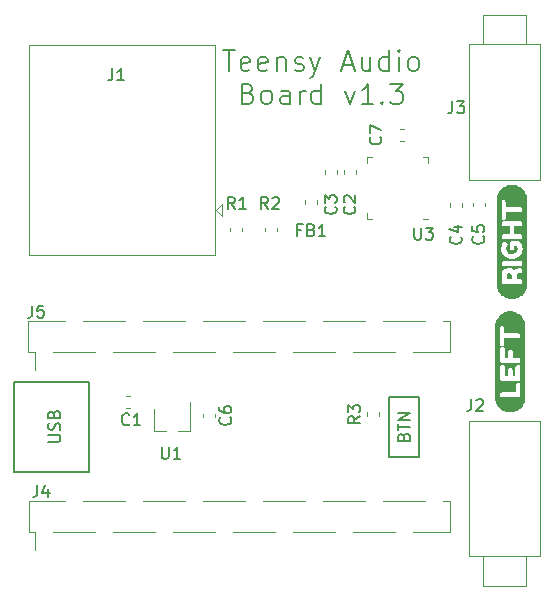
<source format=gbr>
G04 #@! TF.GenerationSoftware,KiCad,Pcbnew,(5.99.0-12750-ge81b516a82)*
G04 #@! TF.CreationDate,2021-10-13T14:39:13-04:00*
G04 #@! TF.ProjectId,Audio_teensy,41756469-6f5f-4746-9565-6e73792e6b69,1.3*
G04 #@! TF.SameCoordinates,Original*
G04 #@! TF.FileFunction,Legend,Top*
G04 #@! TF.FilePolarity,Positive*
%FSLAX46Y46*%
G04 Gerber Fmt 4.6, Leading zero omitted, Abs format (unit mm)*
G04 Created by KiCad (PCBNEW (5.99.0-12750-ge81b516a82)) date 2021-10-13 14:39:13*
%MOMM*%
%LPD*%
G01*
G04 APERTURE LIST*
%ADD10C,0.200000*%
%ADD11C,0.150000*%
%ADD12C,0.120000*%
G04 APERTURE END LIST*
D10*
X136225000Y-83832916D02*
X137225000Y-83832916D01*
X136725000Y-85582916D02*
X136725000Y-83832916D01*
X138475000Y-85499583D02*
X138308333Y-85582916D01*
X137975000Y-85582916D01*
X137808333Y-85499583D01*
X137725000Y-85332916D01*
X137725000Y-84666250D01*
X137808333Y-84499583D01*
X137975000Y-84416250D01*
X138308333Y-84416250D01*
X138475000Y-84499583D01*
X138558333Y-84666250D01*
X138558333Y-84832916D01*
X137725000Y-84999583D01*
X139975000Y-85499583D02*
X139808333Y-85582916D01*
X139475000Y-85582916D01*
X139308333Y-85499583D01*
X139225000Y-85332916D01*
X139225000Y-84666250D01*
X139308333Y-84499583D01*
X139475000Y-84416250D01*
X139808333Y-84416250D01*
X139975000Y-84499583D01*
X140058333Y-84666250D01*
X140058333Y-84832916D01*
X139225000Y-84999583D01*
X140808333Y-84416250D02*
X140808333Y-85582916D01*
X140808333Y-84582916D02*
X140891666Y-84499583D01*
X141058333Y-84416250D01*
X141308333Y-84416250D01*
X141475000Y-84499583D01*
X141558333Y-84666250D01*
X141558333Y-85582916D01*
X142308333Y-85499583D02*
X142475000Y-85582916D01*
X142808333Y-85582916D01*
X142975000Y-85499583D01*
X143058333Y-85332916D01*
X143058333Y-85249583D01*
X142975000Y-85082916D01*
X142808333Y-84999583D01*
X142558333Y-84999583D01*
X142391666Y-84916250D01*
X142308333Y-84749583D01*
X142308333Y-84666250D01*
X142391666Y-84499583D01*
X142558333Y-84416250D01*
X142808333Y-84416250D01*
X142975000Y-84499583D01*
X143641666Y-84416250D02*
X144058333Y-85582916D01*
X144475000Y-84416250D02*
X144058333Y-85582916D01*
X143891666Y-85999583D01*
X143808333Y-86082916D01*
X143641666Y-86166250D01*
X146391666Y-85082916D02*
X147225000Y-85082916D01*
X146225000Y-85582916D02*
X146808333Y-83832916D01*
X147391666Y-85582916D01*
X148725000Y-84416250D02*
X148725000Y-85582916D01*
X147975000Y-84416250D02*
X147975000Y-85332916D01*
X148058333Y-85499583D01*
X148225000Y-85582916D01*
X148475000Y-85582916D01*
X148641666Y-85499583D01*
X148725000Y-85416250D01*
X150308333Y-85582916D02*
X150308333Y-83832916D01*
X150308333Y-85499583D02*
X150141666Y-85582916D01*
X149808333Y-85582916D01*
X149641666Y-85499583D01*
X149558333Y-85416250D01*
X149475000Y-85249583D01*
X149475000Y-84749583D01*
X149558333Y-84582916D01*
X149641666Y-84499583D01*
X149808333Y-84416250D01*
X150141666Y-84416250D01*
X150308333Y-84499583D01*
X151141666Y-85582916D02*
X151141666Y-84416250D01*
X151141666Y-83832916D02*
X151058333Y-83916250D01*
X151141666Y-83999583D01*
X151225000Y-83916250D01*
X151141666Y-83832916D01*
X151141666Y-83999583D01*
X152225000Y-85582916D02*
X152058333Y-85499583D01*
X151975000Y-85416250D01*
X151891666Y-85249583D01*
X151891666Y-84749583D01*
X151975000Y-84582916D01*
X152058333Y-84499583D01*
X152225000Y-84416250D01*
X152475000Y-84416250D01*
X152641666Y-84499583D01*
X152725000Y-84582916D01*
X152808333Y-84749583D01*
X152808333Y-85249583D01*
X152725000Y-85416250D01*
X152641666Y-85499583D01*
X152475000Y-85582916D01*
X152225000Y-85582916D01*
X138391666Y-87483750D02*
X138641666Y-87567083D01*
X138725000Y-87650416D01*
X138808333Y-87817083D01*
X138808333Y-88067083D01*
X138725000Y-88233750D01*
X138641666Y-88317083D01*
X138475000Y-88400416D01*
X137808333Y-88400416D01*
X137808333Y-86650416D01*
X138391666Y-86650416D01*
X138558333Y-86733750D01*
X138641666Y-86817083D01*
X138725000Y-86983750D01*
X138725000Y-87150416D01*
X138641666Y-87317083D01*
X138558333Y-87400416D01*
X138391666Y-87483750D01*
X137808333Y-87483750D01*
X139808333Y-88400416D02*
X139641666Y-88317083D01*
X139558333Y-88233750D01*
X139475000Y-88067083D01*
X139475000Y-87567083D01*
X139558333Y-87400416D01*
X139641666Y-87317083D01*
X139808333Y-87233750D01*
X140058333Y-87233750D01*
X140225000Y-87317083D01*
X140308333Y-87400416D01*
X140391666Y-87567083D01*
X140391666Y-88067083D01*
X140308333Y-88233750D01*
X140225000Y-88317083D01*
X140058333Y-88400416D01*
X139808333Y-88400416D01*
X141891666Y-88400416D02*
X141891666Y-87483750D01*
X141808333Y-87317083D01*
X141641666Y-87233750D01*
X141308333Y-87233750D01*
X141141666Y-87317083D01*
X141891666Y-88317083D02*
X141725000Y-88400416D01*
X141308333Y-88400416D01*
X141141666Y-88317083D01*
X141058333Y-88150416D01*
X141058333Y-87983750D01*
X141141666Y-87817083D01*
X141308333Y-87733750D01*
X141725000Y-87733750D01*
X141891666Y-87650416D01*
X142725000Y-88400416D02*
X142725000Y-87233750D01*
X142725000Y-87567083D02*
X142808333Y-87400416D01*
X142891666Y-87317083D01*
X143058333Y-87233750D01*
X143225000Y-87233750D01*
X144558333Y-88400416D02*
X144558333Y-86650416D01*
X144558333Y-88317083D02*
X144391666Y-88400416D01*
X144058333Y-88400416D01*
X143891666Y-88317083D01*
X143808333Y-88233750D01*
X143725000Y-88067083D01*
X143725000Y-87567083D01*
X143808333Y-87400416D01*
X143891666Y-87317083D01*
X144058333Y-87233750D01*
X144391666Y-87233750D01*
X144558333Y-87317083D01*
X146558333Y-87233750D02*
X146975000Y-88400416D01*
X147391666Y-87233750D01*
X148975000Y-88400416D02*
X147975000Y-88400416D01*
X148475000Y-88400416D02*
X148475000Y-86650416D01*
X148308333Y-86900416D01*
X148141666Y-87067083D01*
X147975000Y-87150416D01*
X149725000Y-88233750D02*
X149808333Y-88317083D01*
X149725000Y-88400416D01*
X149641666Y-88317083D01*
X149725000Y-88233750D01*
X149725000Y-88400416D01*
X150391666Y-86650416D02*
X151475000Y-86650416D01*
X150891666Y-87317083D01*
X151141666Y-87317083D01*
X151308333Y-87400416D01*
X151391666Y-87483750D01*
X151475000Y-87650416D01*
X151475000Y-88067083D01*
X151391666Y-88233750D01*
X151308333Y-88317083D01*
X151141666Y-88400416D01*
X150641666Y-88400416D01*
X150475000Y-88317083D01*
X150391666Y-88233750D01*
D11*
X147357142Y-97066666D02*
X147404761Y-97114285D01*
X147452380Y-97257142D01*
X147452380Y-97352380D01*
X147404761Y-97495238D01*
X147309523Y-97590476D01*
X147214285Y-97638095D01*
X147023809Y-97685714D01*
X146880952Y-97685714D01*
X146690476Y-97638095D01*
X146595238Y-97590476D01*
X146500000Y-97495238D01*
X146452380Y-97352380D01*
X146452380Y-97257142D01*
X146500000Y-97114285D01*
X146547619Y-97066666D01*
X146547619Y-96685714D02*
X146500000Y-96638095D01*
X146452380Y-96542857D01*
X146452380Y-96304761D01*
X146500000Y-96209523D01*
X146547619Y-96161904D01*
X146642857Y-96114285D01*
X146738095Y-96114285D01*
X146880952Y-96161904D01*
X147452380Y-96733333D01*
X147452380Y-96114285D01*
X145757142Y-97066666D02*
X145804761Y-97114285D01*
X145852380Y-97257142D01*
X145852380Y-97352380D01*
X145804761Y-97495238D01*
X145709523Y-97590476D01*
X145614285Y-97638095D01*
X145423809Y-97685714D01*
X145280952Y-97685714D01*
X145090476Y-97638095D01*
X144995238Y-97590476D01*
X144900000Y-97495238D01*
X144852380Y-97352380D01*
X144852380Y-97257142D01*
X144900000Y-97114285D01*
X144947619Y-97066666D01*
X144852380Y-96733333D02*
X144852380Y-96114285D01*
X145233333Y-96447619D01*
X145233333Y-96304761D01*
X145280952Y-96209523D01*
X145328571Y-96161904D01*
X145423809Y-96114285D01*
X145661904Y-96114285D01*
X145757142Y-96161904D01*
X145804761Y-96209523D01*
X145852380Y-96304761D01*
X145852380Y-96590476D01*
X145804761Y-96685714D01*
X145757142Y-96733333D01*
X126868666Y-85362380D02*
X126868666Y-86076666D01*
X126821047Y-86219523D01*
X126725809Y-86314761D01*
X126582952Y-86362380D01*
X126487714Y-86362380D01*
X127868666Y-86362380D02*
X127297238Y-86362380D01*
X127582952Y-86362380D02*
X127582952Y-85362380D01*
X127487714Y-85505238D01*
X127392476Y-85600476D01*
X127297238Y-85648095D01*
X157266666Y-113352380D02*
X157266666Y-114066666D01*
X157219047Y-114209523D01*
X157123809Y-114304761D01*
X156980952Y-114352380D01*
X156885714Y-114352380D01*
X157695238Y-113447619D02*
X157742857Y-113400000D01*
X157838095Y-113352380D01*
X158076190Y-113352380D01*
X158171428Y-113400000D01*
X158219047Y-113447619D01*
X158266666Y-113542857D01*
X158266666Y-113638095D01*
X158219047Y-113780952D01*
X157647619Y-114352380D01*
X158266666Y-114352380D01*
X156357142Y-99606666D02*
X156404761Y-99654285D01*
X156452380Y-99797142D01*
X156452380Y-99892380D01*
X156404761Y-100035238D01*
X156309523Y-100130476D01*
X156214285Y-100178095D01*
X156023809Y-100225714D01*
X155880952Y-100225714D01*
X155690476Y-100178095D01*
X155595238Y-100130476D01*
X155500000Y-100035238D01*
X155452380Y-99892380D01*
X155452380Y-99797142D01*
X155500000Y-99654285D01*
X155547619Y-99606666D01*
X155785714Y-98749523D02*
X156452380Y-98749523D01*
X155404761Y-98987619D02*
X156119047Y-99225714D01*
X156119047Y-98606666D01*
X158257142Y-99594166D02*
X158304761Y-99641785D01*
X158352380Y-99784642D01*
X158352380Y-99879880D01*
X158304761Y-100022738D01*
X158209523Y-100117976D01*
X158114285Y-100165595D01*
X157923809Y-100213214D01*
X157780952Y-100213214D01*
X157590476Y-100165595D01*
X157495238Y-100117976D01*
X157400000Y-100022738D01*
X157352380Y-99879880D01*
X157352380Y-99784642D01*
X157400000Y-99641785D01*
X157447619Y-99594166D01*
X157352380Y-98689404D02*
X157352380Y-99165595D01*
X157828571Y-99213214D01*
X157780952Y-99165595D01*
X157733333Y-99070357D01*
X157733333Y-98832261D01*
X157780952Y-98737023D01*
X157828571Y-98689404D01*
X157923809Y-98641785D01*
X158161904Y-98641785D01*
X158257142Y-98689404D01*
X158304761Y-98737023D01*
X158352380Y-98832261D01*
X158352380Y-99070357D01*
X158304761Y-99165595D01*
X158257142Y-99213214D01*
X140033333Y-97252380D02*
X139700000Y-96776190D01*
X139461904Y-97252380D02*
X139461904Y-96252380D01*
X139842857Y-96252380D01*
X139938095Y-96300000D01*
X139985714Y-96347619D01*
X140033333Y-96442857D01*
X140033333Y-96585714D01*
X139985714Y-96680952D01*
X139938095Y-96728571D01*
X139842857Y-96776190D01*
X139461904Y-96776190D01*
X140414285Y-96347619D02*
X140461904Y-96300000D01*
X140557142Y-96252380D01*
X140795238Y-96252380D01*
X140890476Y-96300000D01*
X140938095Y-96347619D01*
X140985714Y-96442857D01*
X140985714Y-96538095D01*
X140938095Y-96680952D01*
X140366666Y-97252380D01*
X140985714Y-97252380D01*
X137233333Y-97252380D02*
X136900000Y-96776190D01*
X136661904Y-97252380D02*
X136661904Y-96252380D01*
X137042857Y-96252380D01*
X137138095Y-96300000D01*
X137185714Y-96347619D01*
X137233333Y-96442857D01*
X137233333Y-96585714D01*
X137185714Y-96680952D01*
X137138095Y-96728571D01*
X137042857Y-96776190D01*
X136661904Y-96776190D01*
X138185714Y-97252380D02*
X137614285Y-97252380D01*
X137900000Y-97252380D02*
X137900000Y-96252380D01*
X137804761Y-96395238D01*
X137709523Y-96490476D01*
X137614285Y-96538095D01*
X136837142Y-114916666D02*
X136884761Y-114964285D01*
X136932380Y-115107142D01*
X136932380Y-115202380D01*
X136884761Y-115345238D01*
X136789523Y-115440476D01*
X136694285Y-115488095D01*
X136503809Y-115535714D01*
X136360952Y-115535714D01*
X136170476Y-115488095D01*
X136075238Y-115440476D01*
X135980000Y-115345238D01*
X135932380Y-115202380D01*
X135932380Y-115107142D01*
X135980000Y-114964285D01*
X136027619Y-114916666D01*
X135932380Y-114059523D02*
X135932380Y-114250000D01*
X135980000Y-114345238D01*
X136027619Y-114392857D01*
X136170476Y-114488095D01*
X136360952Y-114535714D01*
X136741904Y-114535714D01*
X136837142Y-114488095D01*
X136884761Y-114440476D01*
X136932380Y-114345238D01*
X136932380Y-114154761D01*
X136884761Y-114059523D01*
X136837142Y-114011904D01*
X136741904Y-113964285D01*
X136503809Y-113964285D01*
X136408571Y-114011904D01*
X136360952Y-114059523D01*
X136313333Y-114154761D01*
X136313333Y-114345238D01*
X136360952Y-114440476D01*
X136408571Y-114488095D01*
X136503809Y-114535714D01*
X147828380Y-114817466D02*
X147352190Y-115150800D01*
X147828380Y-115388895D02*
X146828380Y-115388895D01*
X146828380Y-115007942D01*
X146876000Y-114912704D01*
X146923619Y-114865085D01*
X147018857Y-114817466D01*
X147161714Y-114817466D01*
X147256952Y-114865085D01*
X147304571Y-114912704D01*
X147352190Y-115007942D01*
X147352190Y-115388895D01*
X146828380Y-114484133D02*
X146828380Y-113865085D01*
X147209333Y-114198419D01*
X147209333Y-114055561D01*
X147256952Y-113960323D01*
X147304571Y-113912704D01*
X147399809Y-113865085D01*
X147637904Y-113865085D01*
X147733142Y-113912704D01*
X147780761Y-113960323D01*
X147828380Y-114055561D01*
X147828380Y-114341276D01*
X147780761Y-114436514D01*
X147733142Y-114484133D01*
X128287333Y-115481142D02*
X128239714Y-115528761D01*
X128096857Y-115576380D01*
X128001619Y-115576380D01*
X127858761Y-115528761D01*
X127763523Y-115433523D01*
X127715904Y-115338285D01*
X127668285Y-115147809D01*
X127668285Y-115004952D01*
X127715904Y-114814476D01*
X127763523Y-114719238D01*
X127858761Y-114624000D01*
X128001619Y-114576380D01*
X128096857Y-114576380D01*
X128239714Y-114624000D01*
X128287333Y-114671619D01*
X129239714Y-115576380D02*
X128668285Y-115576380D01*
X128954000Y-115576380D02*
X128954000Y-114576380D01*
X128858761Y-114719238D01*
X128763523Y-114814476D01*
X128668285Y-114862095D01*
X120082666Y-105452380D02*
X120082666Y-106166666D01*
X120035047Y-106309523D01*
X119939809Y-106404761D01*
X119796952Y-106452380D01*
X119701714Y-106452380D01*
X121035047Y-105452380D02*
X120558857Y-105452380D01*
X120511238Y-105928571D01*
X120558857Y-105880952D01*
X120654095Y-105833333D01*
X120892190Y-105833333D01*
X120987428Y-105880952D01*
X121035047Y-105928571D01*
X121082666Y-106023809D01*
X121082666Y-106261904D01*
X121035047Y-106357142D01*
X120987428Y-106404761D01*
X120892190Y-106452380D01*
X120654095Y-106452380D01*
X120558857Y-106404761D01*
X120511238Y-106357142D01*
X121452380Y-116961904D02*
X122261904Y-116961904D01*
X122357142Y-116914285D01*
X122404761Y-116866666D01*
X122452380Y-116771428D01*
X122452380Y-116580952D01*
X122404761Y-116485714D01*
X122357142Y-116438095D01*
X122261904Y-116390476D01*
X121452380Y-116390476D01*
X122404761Y-115961904D02*
X122452380Y-115819047D01*
X122452380Y-115580952D01*
X122404761Y-115485714D01*
X122357142Y-115438095D01*
X122261904Y-115390476D01*
X122166666Y-115390476D01*
X122071428Y-115438095D01*
X122023809Y-115485714D01*
X121976190Y-115580952D01*
X121928571Y-115771428D01*
X121880952Y-115866666D01*
X121833333Y-115914285D01*
X121738095Y-115961904D01*
X121642857Y-115961904D01*
X121547619Y-115914285D01*
X121500000Y-115866666D01*
X121452380Y-115771428D01*
X121452380Y-115533333D01*
X121500000Y-115390476D01*
X121928571Y-114628571D02*
X121976190Y-114485714D01*
X122023809Y-114438095D01*
X122119047Y-114390476D01*
X122261904Y-114390476D01*
X122357142Y-114438095D01*
X122404761Y-114485714D01*
X122452380Y-114580952D01*
X122452380Y-114961904D01*
X121452380Y-114961904D01*
X121452380Y-114628571D01*
X121500000Y-114533333D01*
X121547619Y-114485714D01*
X121642857Y-114438095D01*
X121738095Y-114438095D01*
X121833333Y-114485714D01*
X121880952Y-114533333D01*
X121928571Y-114628571D01*
X121928571Y-114961904D01*
X151528571Y-116533333D02*
X151576190Y-116390476D01*
X151623809Y-116342857D01*
X151719047Y-116295238D01*
X151861904Y-116295238D01*
X151957142Y-116342857D01*
X152004761Y-116390476D01*
X152052380Y-116485714D01*
X152052380Y-116866666D01*
X151052380Y-116866666D01*
X151052380Y-116533333D01*
X151100000Y-116438095D01*
X151147619Y-116390476D01*
X151242857Y-116342857D01*
X151338095Y-116342857D01*
X151433333Y-116390476D01*
X151480952Y-116438095D01*
X151528571Y-116533333D01*
X151528571Y-116866666D01*
X151052380Y-116009523D02*
X151052380Y-115438095D01*
X152052380Y-115723809D02*
X151052380Y-115723809D01*
X152052380Y-115104761D02*
X151052380Y-115104761D01*
X152052380Y-114533333D01*
X151052380Y-114533333D01*
X155666666Y-88152380D02*
X155666666Y-88866666D01*
X155619047Y-89009523D01*
X155523809Y-89104761D01*
X155380952Y-89152380D01*
X155285714Y-89152380D01*
X156047619Y-88152380D02*
X156666666Y-88152380D01*
X156333333Y-88533333D01*
X156476190Y-88533333D01*
X156571428Y-88580952D01*
X156619047Y-88628571D01*
X156666666Y-88723809D01*
X156666666Y-88961904D01*
X156619047Y-89057142D01*
X156571428Y-89104761D01*
X156476190Y-89152380D01*
X156190476Y-89152380D01*
X156095238Y-89104761D01*
X156047619Y-89057142D01*
X131061095Y-117409880D02*
X131061095Y-118219404D01*
X131108714Y-118314642D01*
X131156333Y-118362261D01*
X131251571Y-118409880D01*
X131442047Y-118409880D01*
X131537285Y-118362261D01*
X131584904Y-118314642D01*
X131632523Y-118219404D01*
X131632523Y-117409880D01*
X132632523Y-118409880D02*
X132061095Y-118409880D01*
X132346809Y-118409880D02*
X132346809Y-117409880D01*
X132251571Y-117552738D01*
X132156333Y-117647976D01*
X132061095Y-117695595D01*
X142866666Y-99028571D02*
X142533333Y-99028571D01*
X142533333Y-99552380D02*
X142533333Y-98552380D01*
X143009523Y-98552380D01*
X143723809Y-99028571D02*
X143866666Y-99076190D01*
X143914285Y-99123809D01*
X143961904Y-99219047D01*
X143961904Y-99361904D01*
X143914285Y-99457142D01*
X143866666Y-99504761D01*
X143771428Y-99552380D01*
X143390476Y-99552380D01*
X143390476Y-98552380D01*
X143723809Y-98552380D01*
X143819047Y-98600000D01*
X143866666Y-98647619D01*
X143914285Y-98742857D01*
X143914285Y-98838095D01*
X143866666Y-98933333D01*
X143819047Y-98980952D01*
X143723809Y-99028571D01*
X143390476Y-99028571D01*
X144914285Y-99552380D02*
X144342857Y-99552380D01*
X144628571Y-99552380D02*
X144628571Y-98552380D01*
X144533333Y-98695238D01*
X144438095Y-98790476D01*
X144342857Y-98838095D01*
X149557142Y-91166666D02*
X149604761Y-91214285D01*
X149652380Y-91357142D01*
X149652380Y-91452380D01*
X149604761Y-91595238D01*
X149509523Y-91690476D01*
X149414285Y-91738095D01*
X149223809Y-91785714D01*
X149080952Y-91785714D01*
X148890476Y-91738095D01*
X148795238Y-91690476D01*
X148700000Y-91595238D01*
X148652380Y-91452380D01*
X148652380Y-91357142D01*
X148700000Y-91214285D01*
X148747619Y-91166666D01*
X148652380Y-90833333D02*
X148652380Y-90166666D01*
X149652380Y-90595238D01*
X152438095Y-98852380D02*
X152438095Y-99661904D01*
X152485714Y-99757142D01*
X152533333Y-99804761D01*
X152628571Y-99852380D01*
X152819047Y-99852380D01*
X152914285Y-99804761D01*
X152961904Y-99757142D01*
X153009523Y-99661904D01*
X153009523Y-98852380D01*
X153390476Y-98852380D02*
X154009523Y-98852380D01*
X153676190Y-99233333D01*
X153819047Y-99233333D01*
X153914285Y-99280952D01*
X153961904Y-99328571D01*
X154009523Y-99423809D01*
X154009523Y-99661904D01*
X153961904Y-99757142D01*
X153914285Y-99804761D01*
X153819047Y-99852380D01*
X153533333Y-99852380D01*
X153438095Y-99804761D01*
X153390476Y-99757142D01*
X120512666Y-120652380D02*
X120512666Y-121366666D01*
X120465047Y-121509523D01*
X120369809Y-121604761D01*
X120226952Y-121652380D01*
X120131714Y-121652380D01*
X121417428Y-120985714D02*
X121417428Y-121652380D01*
X121179333Y-120604761D02*
X120941238Y-121319047D01*
X121560285Y-121319047D01*
D12*
X146490000Y-93937221D02*
X146490000Y-94262779D01*
X147510000Y-93937221D02*
X147510000Y-94262779D01*
X145910000Y-93937221D02*
X145910000Y-94262779D01*
X144890000Y-93937221D02*
X144890000Y-94262779D01*
X136155000Y-96840000D02*
X135655000Y-97340000D01*
X135575000Y-101130000D02*
X135575000Y-83370000D01*
X119845000Y-101130000D02*
X119845000Y-83370000D01*
X135655000Y-97340000D02*
X136155000Y-97840000D01*
X136155000Y-97840000D02*
X136155000Y-96840000D01*
X119845000Y-83370000D02*
X135575000Y-83370000D01*
X119855000Y-101130000D02*
X135575000Y-101130000D01*
X163057500Y-126682500D02*
X157057500Y-126682500D01*
X157057500Y-126682500D02*
X157057500Y-115182500D01*
X157057500Y-115182500D02*
X163057500Y-115182500D01*
X163057500Y-115182500D02*
X163057500Y-126682500D01*
X161857500Y-129182500D02*
X158257500Y-129182500D01*
X158257500Y-129182500D02*
X158257500Y-126682500D01*
X158257500Y-126682500D02*
X161857500Y-126682500D01*
X161857500Y-126682500D02*
X161857500Y-129182500D01*
X156510000Y-97062779D02*
X156510000Y-96737221D01*
X155490000Y-97062779D02*
X155490000Y-96737221D01*
X158410000Y-97050279D02*
X158410000Y-96724721D01*
X157390000Y-97050279D02*
X157390000Y-96724721D01*
X140810000Y-98837221D02*
X140810000Y-99162779D01*
X139790000Y-98837221D02*
X139790000Y-99162779D01*
X137810000Y-98837221D02*
X137810000Y-99162779D01*
X136790000Y-98837221D02*
X136790000Y-99162779D01*
X135560000Y-114587221D02*
X135560000Y-114912779D01*
X134540000Y-114587221D02*
X134540000Y-114912779D01*
X148390000Y-114762779D02*
X148390000Y-114437221D01*
X149410000Y-114762779D02*
X149410000Y-114437221D01*
X128037221Y-113090000D02*
X128362779Y-113090000D01*
X128037221Y-114110000D02*
X128362779Y-114110000D01*
X147250000Y-109410000D02*
X150810000Y-109410000D01*
X137090000Y-109410000D02*
X140650000Y-109410000D01*
X149790000Y-106750000D02*
X153350000Y-106750000D01*
X144710000Y-106750000D02*
X148270000Y-106750000D01*
X155440000Y-109410000D02*
X155440000Y-106750000D01*
X152330000Y-109410000D02*
X155440000Y-109410000D01*
X124390000Y-106750000D02*
X127950000Y-106750000D01*
X154870000Y-106750000D02*
X155440000Y-106750000D01*
X121850000Y-109410000D02*
X125410000Y-109410000D01*
X119760000Y-106750000D02*
X122870000Y-106750000D01*
X119760000Y-109410000D02*
X119760000Y-106750000D01*
X119760000Y-109410000D02*
X120330000Y-109410000D01*
X139630000Y-106750000D02*
X143190000Y-106750000D01*
X126930000Y-109410000D02*
X130490000Y-109410000D01*
X142170000Y-109410000D02*
X145730000Y-109410000D01*
X134550000Y-106750000D02*
X138110000Y-106750000D01*
X120330000Y-109410000D02*
X120330000Y-110930000D01*
X129470000Y-106750000D02*
X133030000Y-106750000D01*
X132010000Y-109410000D02*
X135570000Y-109410000D01*
D11*
X124900000Y-111890000D02*
X119820000Y-111890000D01*
X118550000Y-111890000D02*
X119820000Y-111890000D01*
X119820000Y-119510000D02*
X118550000Y-119510000D01*
X118550000Y-119510000D02*
X118550000Y-111890000D01*
X152840000Y-118240000D02*
X150300000Y-118240000D01*
X124900000Y-119510000D02*
X124900000Y-111890000D01*
X150300000Y-118240000D02*
X150300000Y-113160000D01*
X150300000Y-113160000D02*
X152840000Y-113160000D01*
X124900000Y-119510000D02*
X119820000Y-119510000D01*
X152840000Y-113160000D02*
X152840000Y-118240000D01*
D12*
X157057500Y-83317500D02*
X163057500Y-83317500D01*
X163057500Y-83317500D02*
X163057500Y-94817500D01*
X163057500Y-94817500D02*
X157057500Y-94817500D01*
X157057500Y-94817500D02*
X157057500Y-83317500D01*
X158257500Y-80817500D02*
X161857500Y-80817500D01*
X161857500Y-80817500D02*
X161857500Y-83317500D01*
X161857500Y-83317500D02*
X158257500Y-83317500D01*
X158257500Y-83317500D02*
X158257500Y-80817500D01*
X130400000Y-116050000D02*
X130400000Y-114200000D01*
X131450000Y-116050000D02*
X130400000Y-116050000D01*
X133450000Y-116050000D02*
X132450000Y-116050000D01*
X133460000Y-116030000D02*
X133460000Y-113600000D01*
X143190000Y-96537221D02*
X143190000Y-96862779D01*
X144210000Y-96537221D02*
X144210000Y-96862779D01*
X151562779Y-90490000D02*
X151237221Y-90490000D01*
X151562779Y-91510000D02*
X151237221Y-91510000D01*
X153135000Y-98110000D02*
X153610000Y-98110000D01*
X153610000Y-92890000D02*
X153610000Y-93365000D01*
X148390000Y-92890000D02*
X148390000Y-93365000D01*
X148865000Y-92890000D02*
X148390000Y-92890000D01*
X148390000Y-98110000D02*
X148390000Y-97635000D01*
X153135000Y-92890000D02*
X153610000Y-92890000D01*
X148865000Y-98110000D02*
X148390000Y-98110000D01*
X126960000Y-124650000D02*
X130520000Y-124650000D01*
X119790000Y-121990000D02*
X122900000Y-121990000D01*
X155470000Y-124650000D02*
X155470000Y-121990000D01*
X134580000Y-121990000D02*
X138140000Y-121990000D01*
X139660000Y-121990000D02*
X143220000Y-121990000D01*
X152360000Y-124650000D02*
X155470000Y-124650000D01*
X120360000Y-124650000D02*
X120360000Y-126170000D01*
X124420000Y-121990000D02*
X127980000Y-121990000D01*
X129500000Y-121990000D02*
X133060000Y-121990000D01*
X121880000Y-124650000D02*
X125440000Y-124650000D01*
X147280000Y-124650000D02*
X150840000Y-124650000D01*
X119790000Y-124650000D02*
X119790000Y-121990000D01*
X137120000Y-124650000D02*
X140680000Y-124650000D01*
X154900000Y-121990000D02*
X155470000Y-121990000D01*
X149820000Y-121990000D02*
X153380000Y-121990000D01*
X132040000Y-124650000D02*
X135600000Y-124650000D01*
X142200000Y-124650000D02*
X145760000Y-124650000D01*
X144740000Y-121990000D02*
X148300000Y-121990000D01*
X119790000Y-124650000D02*
X120360000Y-124650000D01*
G36*
X159409258Y-96378184D02*
G01*
X159427934Y-96252281D01*
X159458860Y-96128815D01*
X159501740Y-96008975D01*
X159556159Y-95893915D01*
X159621594Y-95784743D01*
X159697415Y-95682511D01*
X159782891Y-95588202D01*
X159877200Y-95502726D01*
X159979432Y-95426905D01*
X160088604Y-95361470D01*
X160203664Y-95307051D01*
X160323504Y-95264171D01*
X160446970Y-95233245D01*
X160572873Y-95214569D01*
X160700000Y-95208323D01*
X160827127Y-95214569D01*
X160953030Y-95233245D01*
X161076496Y-95264171D01*
X161196336Y-95307051D01*
X161311396Y-95361470D01*
X161420568Y-95426905D01*
X161522800Y-95502726D01*
X161617109Y-95588202D01*
X161702585Y-95682511D01*
X161778406Y-95784743D01*
X161843841Y-95893915D01*
X161898260Y-96008975D01*
X161941140Y-96128815D01*
X161972066Y-96252281D01*
X161990742Y-96378184D01*
X161996988Y-96505311D01*
X161996988Y-103594689D01*
X161990742Y-103721816D01*
X161972066Y-103847719D01*
X161941140Y-103971185D01*
X161898260Y-104091025D01*
X161843841Y-104206085D01*
X161778406Y-104315257D01*
X161702585Y-104417489D01*
X161617109Y-104511798D01*
X161522800Y-104597274D01*
X161420568Y-104673095D01*
X161311396Y-104738530D01*
X161196336Y-104792949D01*
X161076496Y-104835829D01*
X160953030Y-104866755D01*
X160827127Y-104885431D01*
X160700000Y-104891677D01*
X160572873Y-104885431D01*
X160446970Y-104866755D01*
X160323504Y-104835829D01*
X160203664Y-104792949D01*
X160088604Y-104738530D01*
X159979432Y-104673095D01*
X159877200Y-104597274D01*
X159782891Y-104511798D01*
X159697415Y-104417489D01*
X159621594Y-104315257D01*
X159556159Y-104206085D01*
X159501740Y-104091025D01*
X159458860Y-103971185D01*
X159427934Y-103847719D01*
X159409258Y-103721816D01*
X159403012Y-103594689D01*
X159403012Y-103382559D01*
X159830844Y-103382559D01*
X159846917Y-103505194D01*
X159895137Y-103568297D01*
X159958241Y-103590919D01*
X160040394Y-103594491D01*
X161361988Y-103594491D01*
X161485813Y-103580203D01*
X161551892Y-103517100D01*
X161573919Y-103384941D01*
X161557845Y-103262306D01*
X161509625Y-103199203D01*
X161446522Y-103176581D01*
X161364369Y-103173009D01*
X161095288Y-103173009D01*
X161095288Y-102872972D01*
X161090525Y-102799153D01*
X161309865Y-102706549D01*
X161453533Y-102644636D01*
X161521531Y-102613416D01*
X161567966Y-102569363D01*
X161590588Y-102493163D01*
X161557250Y-102370528D01*
X161488194Y-102259800D01*
X161404850Y-102222891D01*
X161281025Y-102258609D01*
X161129419Y-102325284D01*
X161004800Y-102379259D01*
X160907169Y-102420534D01*
X160780698Y-102321316D01*
X160633060Y-102261784D01*
X160464256Y-102241941D01*
X160316619Y-102257419D01*
X160183269Y-102303853D01*
X160070159Y-102374100D01*
X159983244Y-102461016D01*
X159898577Y-102594101D01*
X159847777Y-102729832D01*
X159830844Y-102868209D01*
X159830844Y-103382559D01*
X159403012Y-103382559D01*
X159403012Y-101879991D01*
X159830844Y-101879991D01*
X159846917Y-102002625D01*
X159895137Y-102065728D01*
X159958241Y-102088350D01*
X160040394Y-102091922D01*
X161364369Y-102091922D01*
X161485813Y-102077634D01*
X161553678Y-102014531D01*
X161576300Y-101882372D01*
X161560227Y-101759738D01*
X161512006Y-101696634D01*
X161450094Y-101674013D01*
X161366750Y-101670441D01*
X160042775Y-101670441D01*
X159918950Y-101682347D01*
X159852870Y-101747236D01*
X159830844Y-101879991D01*
X159403012Y-101879991D01*
X159403012Y-100620309D01*
X159799887Y-100620309D01*
X159815738Y-100795331D01*
X159863288Y-100958447D01*
X159942539Y-101109656D01*
X160053491Y-101248959D01*
X160188106Y-101365641D01*
X160338348Y-101448984D01*
X160504217Y-101498991D01*
X160685712Y-101515659D01*
X160868101Y-101499288D01*
X161036649Y-101450175D01*
X161191356Y-101368320D01*
X161332222Y-101253722D01*
X161449424Y-101116949D01*
X161533140Y-100968567D01*
X161583369Y-100808577D01*
X161600113Y-100636978D01*
X161587164Y-100449455D01*
X161548320Y-100286934D01*
X161483580Y-100149417D01*
X161392944Y-100036903D01*
X161247688Y-99970228D01*
X160723813Y-99970228D01*
X160590462Y-99994041D01*
X160523787Y-100151203D01*
X160523787Y-100570303D01*
X160545219Y-100684603D01*
X160597606Y-100723894D01*
X160698809Y-100734609D01*
X160798822Y-100725084D01*
X160854781Y-100684603D01*
X160873831Y-100579828D01*
X160873831Y-100391709D01*
X161133388Y-100391709D01*
X161165534Y-100503033D01*
X161176250Y-100627453D01*
X161140234Y-100798903D01*
X161032184Y-100951303D01*
X160929261Y-101030678D01*
X160812580Y-101078303D01*
X160682141Y-101094178D01*
X160495808Y-101059055D01*
X160348766Y-100953684D01*
X160253218Y-100803070D01*
X160221369Y-100632216D01*
X160237740Y-100503628D01*
X160286853Y-100394091D01*
X160352337Y-100248834D01*
X160320786Y-100168467D01*
X160226131Y-100079766D01*
X160091591Y-100024997D01*
X159985625Y-100089291D01*
X159882437Y-100259418D01*
X159820525Y-100436424D01*
X159799887Y-100620309D01*
X159403012Y-100620309D01*
X159403012Y-99567797D01*
X159830844Y-99567797D01*
X159846917Y-99690431D01*
X159895137Y-99753534D01*
X159958241Y-99776156D01*
X160040394Y-99779728D01*
X161361988Y-99779728D01*
X161485813Y-99765441D01*
X161551892Y-99702338D01*
X161573919Y-99570178D01*
X161557845Y-99447544D01*
X161509625Y-99384441D01*
X161446522Y-99361819D01*
X161364369Y-99358247D01*
X160878594Y-99358247D01*
X160878594Y-98727216D01*
X161361988Y-98727216D01*
X161485813Y-98712928D01*
X161551892Y-98649825D01*
X161573919Y-98517666D01*
X161557845Y-98395031D01*
X161509625Y-98331928D01*
X161446522Y-98309306D01*
X161364369Y-98305734D01*
X160042775Y-98305734D01*
X159918950Y-98317641D01*
X159871325Y-98350978D01*
X159842750Y-98412891D01*
X159830844Y-98522428D01*
X159845131Y-98636728D01*
X159895137Y-98701022D01*
X159958241Y-98723644D01*
X160040394Y-98727216D01*
X160528550Y-98727216D01*
X160528550Y-99358247D01*
X160042775Y-99358247D01*
X159918950Y-99370153D01*
X159852870Y-99435042D01*
X159830844Y-99567797D01*
X159403012Y-99567797D01*
X159403012Y-98000934D01*
X159828462Y-98000934D01*
X159849894Y-98122378D01*
X159901091Y-98162859D01*
X159999912Y-98174766D01*
X160099925Y-98162859D01*
X160155884Y-98115234D01*
X160173744Y-98003316D01*
X160173744Y-97546116D01*
X161369131Y-97546116D01*
X161451284Y-97542544D01*
X161513197Y-97521113D01*
X161562013Y-97459200D01*
X161576300Y-97341328D01*
X161562013Y-97222266D01*
X161513197Y-97159163D01*
X161452475Y-97137731D01*
X161371513Y-97134159D01*
X160173744Y-97134159D01*
X160173744Y-96679341D01*
X160152312Y-96557897D01*
X160101116Y-96517416D01*
X160002294Y-96505509D01*
X159902281Y-96517416D01*
X159846322Y-96565041D01*
X159828462Y-96676959D01*
X159828462Y-98000934D01*
X159403012Y-98000934D01*
X159403012Y-96505311D01*
X159409258Y-96378184D01*
G37*
G36*
X160621419Y-102730097D02*
G01*
X160673806Y-102868209D01*
X160673806Y-103173009D01*
X160252325Y-103173009D01*
X160252325Y-102872972D01*
X160305903Y-102730097D01*
X160464256Y-102661041D01*
X160621419Y-102730097D01*
G37*
G36*
X161814675Y-113346564D02*
G01*
X161796376Y-113469924D01*
X161766074Y-113590897D01*
X161724060Y-113708316D01*
X161670740Y-113821053D01*
X161606626Y-113928020D01*
X161532337Y-114028188D01*
X161448587Y-114120592D01*
X161356183Y-114204342D01*
X161256015Y-114278631D01*
X161149048Y-114342745D01*
X161036312Y-114396065D01*
X160918892Y-114438078D01*
X160797920Y-114468380D01*
X160674560Y-114486679D01*
X160550000Y-114492798D01*
X160425440Y-114486679D01*
X160302080Y-114468380D01*
X160181108Y-114438078D01*
X160063688Y-114396065D01*
X159950952Y-114342745D01*
X159843985Y-114278631D01*
X159743817Y-114204342D01*
X159651413Y-114120592D01*
X159567663Y-114028188D01*
X159493374Y-113928020D01*
X159429260Y-113821053D01*
X159375940Y-113708316D01*
X159333926Y-113590897D01*
X159303624Y-113469924D01*
X159285325Y-113346564D01*
X159279206Y-113222005D01*
X159279206Y-113009875D01*
X159678462Y-113009875D01*
X159694536Y-113132509D01*
X159742756Y-113195613D01*
X159805859Y-113218234D01*
X159888012Y-113221806D01*
X161211988Y-113221806D01*
X161333431Y-113207519D01*
X161401297Y-113144416D01*
X161423919Y-113012256D01*
X161423919Y-112155006D01*
X161400106Y-112031181D01*
X161347719Y-111990700D01*
X161246516Y-111978794D01*
X161145313Y-111990700D01*
X161089353Y-112038325D01*
X161071494Y-112152625D01*
X161071494Y-112800325D01*
X159890394Y-112800325D01*
X159766569Y-112812231D01*
X159700489Y-112877120D01*
X159678462Y-113009875D01*
X159279206Y-113009875D01*
X159279206Y-111607319D01*
X159678462Y-111607319D01*
X159722516Y-111778769D01*
X159888012Y-111824013D01*
X161211988Y-111824013D01*
X161333431Y-111809725D01*
X161401297Y-111746622D01*
X161423919Y-111614463D01*
X161423919Y-110671488D01*
X161409631Y-110547663D01*
X161346528Y-110481583D01*
X161214369Y-110459556D01*
X161091734Y-110475630D01*
X161028631Y-110523850D01*
X161006009Y-110586953D01*
X161002438Y-110669106D01*
X161002438Y-111402531D01*
X160761931Y-111402531D01*
X160761931Y-110935806D01*
X160747644Y-110811981D01*
X160684541Y-110744116D01*
X160552381Y-110721494D01*
X160429747Y-110737567D01*
X160366644Y-110785788D01*
X160344022Y-110848891D01*
X160340450Y-110931044D01*
X160340450Y-111402531D01*
X160099944Y-111402531D01*
X160099944Y-110671488D01*
X160085656Y-110547663D01*
X160022553Y-110481583D01*
X159890394Y-110459556D01*
X159767759Y-110475630D01*
X159704656Y-110523850D01*
X159682034Y-110586953D01*
X159678462Y-110669106D01*
X159678462Y-111607319D01*
X159279206Y-111607319D01*
X159279206Y-110088081D01*
X159678462Y-110088081D01*
X159722516Y-110259531D01*
X159888012Y-110304775D01*
X161211988Y-110304775D01*
X161333431Y-110290488D01*
X161401297Y-110227384D01*
X161423919Y-110095225D01*
X161407845Y-109972591D01*
X161359625Y-109909488D01*
X161297713Y-109886866D01*
X161214369Y-109883294D01*
X160764313Y-109883294D01*
X160764313Y-109416569D01*
X160752406Y-109295125D01*
X160687517Y-109227259D01*
X160554763Y-109204638D01*
X160431533Y-109220116D01*
X160366644Y-109266550D01*
X160344022Y-109329653D01*
X160340450Y-109414188D01*
X160340450Y-109883294D01*
X160099944Y-109883294D01*
X160099944Y-109154631D01*
X160096372Y-109070097D01*
X160074941Y-109006994D01*
X160011837Y-108956988D01*
X159890394Y-108942700D01*
X159768950Y-108956988D01*
X159704656Y-109005803D01*
X159682034Y-109067716D01*
X159678462Y-109149869D01*
X159678462Y-110088081D01*
X159279206Y-110088081D01*
X159279206Y-108673619D01*
X159676081Y-108673619D01*
X159697512Y-108795063D01*
X159748709Y-108835544D01*
X159847531Y-108847450D01*
X159947544Y-108835544D01*
X160003503Y-108787919D01*
X160021362Y-108676000D01*
X160021362Y-108218800D01*
X161216750Y-108218800D01*
X161298903Y-108215228D01*
X161360816Y-108193797D01*
X161409631Y-108131884D01*
X161423919Y-108014013D01*
X161409631Y-107894950D01*
X161360816Y-107831847D01*
X161300094Y-107810416D01*
X161219131Y-107806844D01*
X160021362Y-107806844D01*
X160021362Y-107352025D01*
X159999931Y-107230581D01*
X159948734Y-107190100D01*
X159849912Y-107178194D01*
X159749900Y-107190100D01*
X159693941Y-107237725D01*
X159676081Y-107349644D01*
X159676081Y-108673619D01*
X159279206Y-108673619D01*
X159279206Y-107177995D01*
X159285325Y-107053436D01*
X159303624Y-106930076D01*
X159333926Y-106809103D01*
X159375940Y-106691684D01*
X159429260Y-106578947D01*
X159493374Y-106471980D01*
X159567663Y-106371812D01*
X159651413Y-106279408D01*
X159743817Y-106195658D01*
X159843985Y-106121369D01*
X159950952Y-106057255D01*
X160063688Y-106003935D01*
X160181108Y-105961922D01*
X160302080Y-105931620D01*
X160425440Y-105913321D01*
X160550000Y-105907202D01*
X160674560Y-105913321D01*
X160797920Y-105931620D01*
X160918892Y-105961922D01*
X161036312Y-106003935D01*
X161149048Y-106057255D01*
X161256015Y-106121369D01*
X161356183Y-106195658D01*
X161448587Y-106279408D01*
X161532337Y-106371812D01*
X161606626Y-106471980D01*
X161670740Y-106578947D01*
X161724060Y-106691684D01*
X161766074Y-106809103D01*
X161796376Y-106930076D01*
X161814675Y-107053436D01*
X161820794Y-107177995D01*
X161820794Y-113222005D01*
X161814675Y-113346564D01*
G37*
M02*

</source>
